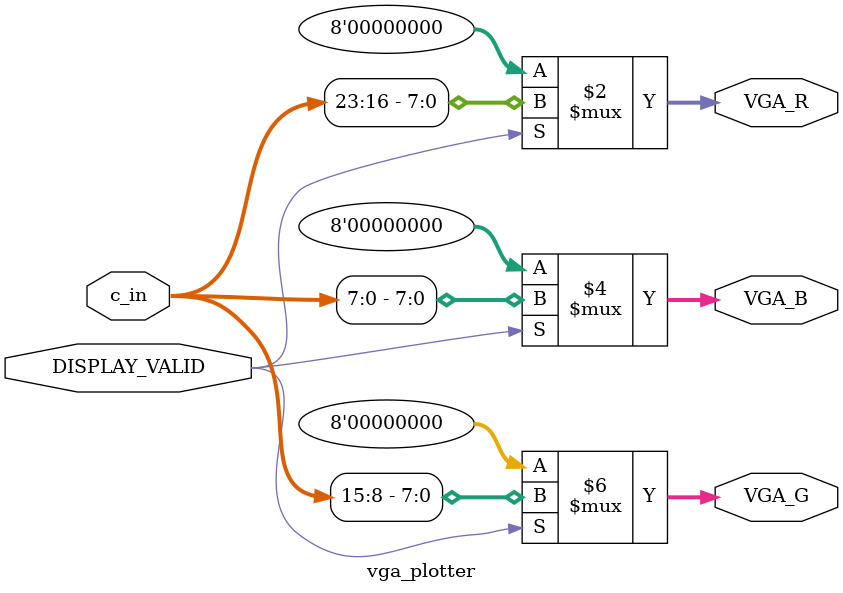
<source format=v>
module vga_master
#
(
	parameter X_PIXELS = 640,
	parameter Y_PIXELS = 480
)

(

	CLOCK_25,
	VGA_CLK,   						//	VGA Clock		Must be asserted to the input clock (i.e. VGA_CLK = CLOCK_25)
	VGA_HS,							//	VGA H_SYNC
	VGA_VS,							//	VGA V_SYNC
	VGA_BLANK_N,					//	VGA BLANK: 		Should be logic 1 when within active regions (h_counter < 640, v_counter < 480)
	VGA_SYNC_N,						//	VGA SYNC: 		Should always be 1
	VGA_R,   						//	VGA Red[9:0]
	VGA_G,	 						//	VGA Green[9:0]
	VGA_B,   						//	VGA Blue[9:0]
	c_in,
	x_out,							// 	current x_val
	y_out,							// 	current y_val  
	current_buffer
);
	
	input			CLOCK_25;
	input	[23:0]	c_in;
	
	
	// Declare your inputs and outputs here
	// Do not change the following outputs
	output			VGA_CLK;   				//	VGA Clock
	output			VGA_HS;					//	VGA H_SYNC
	output			VGA_VS;					//	VGA V_SYNC
	output			VGA_BLANK_N;			//	VGA BLANK
	output			VGA_SYNC_N;				//	VGA SYNC
	output	[7:0]	VGA_R;   				//	VGA Red[7:0] Changed from 10 to 8-bit DAC
	output	[7:0]	VGA_G;	 				//	VGA Green[7:0]
	output	[7:0]	VGA_B;   				//	VGA Blue[7:0]
	output	[9:0]	x_out;
	output	[9:0]	y_out;
	
	// Keeps track of which buffer is driving RGB values
	output			current_buffer;

	vga_controller vgac (
		.CLOCK_25(CLOCK_25),
		.VGA_CLK(VGA_CLK),
		.VGA_HS(VGA_HS),
		.VGA_VS(VGA_VS),
		.VGA_BLANK_N(VGA_BLANK_N),
		.VGA_SYNC_N(VGA_SYNC_N),
		.current_buffer(current_buffer),
		.oX(x_out),
		.oY(y_out));
	
	vga_plotter vgap (
		.c_in(c_in),
		.DISPLAY_VALID(VGA_BLANK_N),
		.VGA_R(VGA_R),
		.VGA_B(VGA_B),
		.VGA_G(VGA_G));


endmodule

module vga_controller
(
	CLOCK_25,
	VGA_CLK,   						//	VGA Clock
	VGA_HS,							//	VGA H_SYNC
	VGA_VS,							//	VGA V_SYNC
	VGA_BLANK_N,					//	VGA BLANK
	VGA_SYNC_N,						//	VGA SYNC
	
	current_buffer,					// Selected buffer 
	oX,								// Current x pixel
	oY								// Current y pixel
);
	
	input			CLOCK_25;	

	// Declare your inputs and outputs here
	// Do not change the following outputs
	output			VGA_CLK;   				//	VGA Clock
	output	reg	VGA_HS;					//	VGA H_SYNC
	output	reg	VGA_VS;					//	VGA V_SYNC
	output	reg	VGA_BLANK_N;				//	VGA BLANK
	output			VGA_SYNC_N;				//	VGA SYNC

	output 	reg		current_buffer = 0;
	output	reg		[9:0]	oX;
	output 	reg		[9:0]	oY;
	
	parameter H_ACTIVE  = 10'd640;
	parameter H_SS  	= 10'd659;
	parameter H_SE   	= 10'd754; //(C_HORZ_SYNC_START + 96 - 1); 
	parameter H_TOT 	= 10'd800;	
//	parameter H_TOT 	= 10'd10;	
	
	parameter V_ACTIVE  = 10'd480;
	parameter V_SS  	= 10'd493;
	parameter V_SE    	= 10'd494; //(C_VERT_SYNC_START + 2 - 1); 
	parameter V_TOT 	= 10'd525;
	
	reg [9:0] h_counter = 0;
	reg [9:0] v_counter = 0;
		
	reg hs, vs, blank;
	
	always @(posedge CLOCK_25) begin : ITERATOR_LOGIC
		if (h_counter == H_TOT) begin
			h_counter <= 10'b0;
			
			v_counter <= v_counter + 1'b1;
			
			if (v_counter == V_TOT) begin
				v_counter <= 10'b0;
				
				current_buffer <= current_buffer == 1'b1 ? 1'b0 : 1'b1;
			end
		end else begin
			h_counter <= h_counter + 1'b1;
		end
	end
	
	always @(posedge CLOCK_25) begin : SYNC_LOGIC
		hs <= ~((h_counter >= H_SS) && (h_counter <= H_SE));
		vs <= ~((v_counter >= V_SS) && (v_counter <= V_SE));
		
		blank <= ((h_counter < H_ACTIVE) && (v_counter < V_ACTIVE));
		
		VGA_HS <= hs;
		VGA_VS <= vs;
		VGA_BLANK_N <= blank;
		
		oX <= h_counter;
		oY <= v_counter;
	end
	
	assign VGA_CLK = CLOCK_25;
	assign VGA_SYNC_N = 1'b1;
endmodule

module vga_plotter
(
	c_in,
	DISPLAY_VALID,
	VGA_R,   						//	VGA Red[9:0]
	VGA_G,	 						//	VGA Green[9:0]
	VGA_B   						//	VGA Blue[9:0]
);
	input [23:0] c_in;
	input DISPLAY_VALID;
	output reg [7:0] VGA_R;
	output reg [7:0] VGA_G;
	output reg [7:0] VGA_B;
	
	always @(*) begin
		// Set default color to black
		VGA_R <= 8'b0;
		VGA_G <= 8'b0;
		VGA_B <= 8'b0;
		
		// If x is within 640px and y within 480 assign colors
		if (DISPLAY_VALID) begin			
//			case (c_in)
//				0: begin	// Background
//						{VGA_R, VGA_G, VGA_B} <= 24'h_34_49_5E;
//					end
//				1:	begin	// Borders
//						{VGA_R, VGA_G, VGA_B} <= 24'h_FF_FF_FF;
//					end
//				2:	begin	// Red piece
//						{VGA_R, VGA_G, VGA_B} <= 24'h_F1_94_8A;
//					end
//				3:	begin	// Yellow piece
//						{VGA_R, VGA_G, VGA_B} <= 24'h_F9_E7_9F;
//					end
//			endcase
			{VGA_R, VGA_G, VGA_B} <= c_in;
		end
	end

endmodule
</source>
